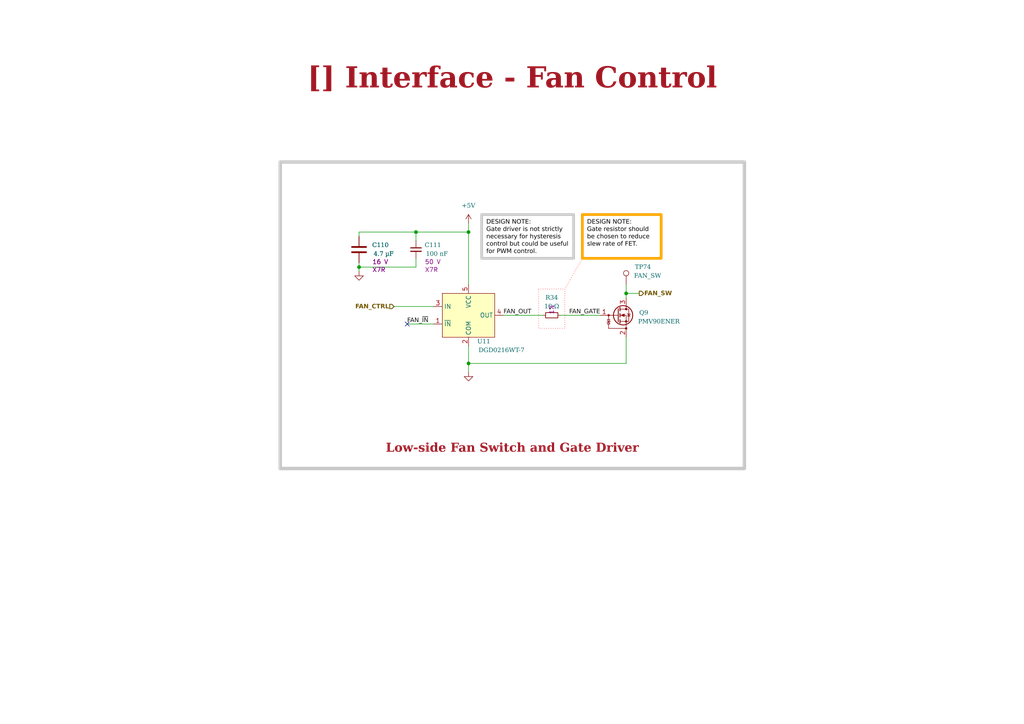
<source format=kicad_sch>
(kicad_sch (version 20231120) (generator "eeschema") (generator_version "8.0")
  (paper "A4")
  (title_block (title "Interface - Fan Control") (date "2023-11-19") (rev "${REVISION}") (company "${COMPANY}"))
  (lib_symbols
    (symbol "0_gate_driver:DGD0216WT-7"
      (property "Reference" "U" (at -7.62 7.62 0))
      (property "Value" "DGD0216WT-7" (at 7.62 -7.62 0))
      (symbol "DGD0216WT-7_1_1"
        (rectangle (start -7.62 6.35) (end 7.62 -6.35) (fill (type background)))
        (pin input line (at -10.16 -2.54 0) (length 2.54) (name "~{IN}") (number "1"))
        (pin passive line (at 0 -8.89 90) (length 2.54) (name "COM") (number "2"))
        (pin input line (at -10.16 2.54 0) (length 2.54) (name "IN") (number "3"))
        (pin output line (at 10.16 0 180) (length 2.54) (name "OUT") (number "4"))
        (pin power_in line (at 0 8.89 270) (length 2.54) (name "VCC") (number "5"))
      )
    )
    (symbol "0_transistor_fet:PMV90ENER" (pin_names hide)
      (property "Reference" "Q" (at 5.08 1.905 0))
      (property "Value" "PMV90ENER" (at 5.08 0 0))
      (symbol "PMV90ENER_0_1"
        (circle (center -2.54 0) (radius 0.254) (fill (type outline)))
        (polyline (pts (xy -2.54 -3.81) (xy -2.54 -2.54)))
        (polyline (pts (xy -2.54 -3.81) (xy 2.54 -3.81)))
        (polyline (pts (xy -2.54 0) (xy -2.54 -1.27)))
        (polyline (pts (xy 0.254 0) (xy -2.54 0)))
        (polyline (pts (xy 0.254 1.905) (xy 0.254 -1.905)) (stroke (width 0.254)))
        (polyline (pts (xy 0.762 -1.27) (xy 0.762 -2.286)) (stroke (width 0.254)))
        (polyline (pts (xy 0.762 0.508) (xy 0.762 -0.508)) (stroke (width 0.254)))
        (polyline (pts (xy 0.762 2.286) (xy 0.762 1.27)) (stroke (width 0.254)))
        (polyline (pts (xy 2.54 2.54) (xy 2.54 1.778)))
        (polyline (pts (xy 2.54 -3.81) (xy 2.54 0) (xy 0.762 0)))
        (polyline (pts (xy -2.54 -1.905) (xy -2.921 -1.27) (xy -2.159 -1.27) (xy -2.54 -1.905)))
        (polyline (pts (xy -2.54 -1.905) (xy -2.159 -2.54) (xy -2.921 -2.54) (xy -2.54 -1.905)))
        (polyline (pts (xy -2.032 -1.778) (xy -2.159 -1.905) (xy -2.921 -1.905) (xy -3.048 -2.032)))
        (polyline (pts (xy 0.762 -1.778) (xy 3.302 -1.778) (xy 3.302 1.778) (xy 0.762 1.778)))
        (polyline (pts (xy 1.016 0) (xy 2.032 0.381) (xy 2.032 -0.381) (xy 1.016 0)) (fill (type outline)))
        (polyline (pts (xy 2.794 0.508) (xy 2.921 0.381) (xy 3.683 0.381) (xy 3.81 0.254)))
        (polyline (pts (xy 3.302 0.381) (xy 2.921 -0.254) (xy 3.683 -0.254) (xy 3.302 0.381)))
        (circle (center 1.651 0) (radius 2.794) (stroke (width 0.254)))
        (circle (center 2.54 -3.81) (radius 0.254) (fill (type outline)))
        (circle (center 2.54 -1.778) (radius 0.254) (fill (type outline)))
        (circle (center 2.54 1.778) (radius 0.254) (fill (type outline)))
      )
      (symbol "PMV90ENER_1_1"
        (pin input line (at -5.08 0 0) (length 2.54) (name "G") (number "1"))
        (pin passive line (at 2.54 -6.35 90) (length 2.54) (name "S") (number "2"))
        (pin passive line (at 2.54 5.08 270) (length 2.54) (name "D") (number "3"))
      )
    )
    (symbol "Connector:TestPoint" (pin_numbers hide) (pin_names (offset 0.762) hide)
      (property "Reference" "TP" (at 0 6.858 0))
      (property "Value" "TestPoint" (at 0 5.08 0))
      (symbol "TestPoint_0_1"
        (circle (center 0 3.302) (radius 0.762))
      )
      (symbol "TestPoint_1_1"
        (pin passive line (at 0 0 90) (length 2.54) (name "1") (number "1"))
      )
    )
    (symbol "Device:C" (pin_numbers hide) (pin_names (offset 0.254))
      (property "Reference" "C" (at 0.635 2.54 0))
      (property "Value" "C" (at 0.635 -2.54 0))
      (symbol "C_0_1"
        (polyline (pts (xy -2.032 -0.762) (xy 2.032 -0.762)) (stroke (width 0.508)))
        (polyline (pts (xy -2.032 0.762) (xy 2.032 0.762)) (stroke (width 0.508)))
      )
      (symbol "C_1_1"
        (pin passive line (at 0 3.81 270) (length 2.794) (name "~") (number "1"))
        (pin passive line (at 0 -3.81 90) (length 2.794) (name "~") (number "2"))
      )
    )
    (symbol "Device:C_Small" (pin_numbers hide) (pin_names (offset 0.254) hide)
      (property "Reference" "C" (at 0.254 1.778 0))
      (property "Value" "C_Small" (at 0.254 -2.032 0))
      (symbol "C_Small_0_1"
        (polyline (pts (xy -1.524 -0.508) (xy 1.524 -0.508)) (stroke (width 0.3302)))
        (polyline (pts (xy -1.524 0.508) (xy 1.524 0.508)) (stroke (width 0.3048)))
      )
      (symbol "C_Small_1_1"
        (pin passive line (at 0 2.54 270) (length 2.032) (name "~") (number "1"))
        (pin passive line (at 0 -2.54 90) (length 2.032) (name "~") (number "2"))
      )
    )
    (symbol "Device:R_Small" (pin_numbers hide) (pin_names (offset 0.254) hide)
      (property "Reference" "R" (at 0.762 0.508 0))
      (property "Value" "R_Small" (at 0.762 -1.016 0))
      (symbol "R_Small_0_1"
        (rectangle (start -0.762 1.778) (end 0.762 -1.778) (stroke (width 0.2032)))
      )
      (symbol "R_Small_1_1"
        (pin passive line (at 0 2.54 270) (length 0.762) (name "~") (number "1"))
        (pin passive line (at 0 -2.54 90) (length 0.762) (name "~") (number "2"))
      )
    )
    (symbol "power:+5V" (power) (pin_names (offset 0))
      (property "Value" "+5V" (at 0 3.556 0))
      (symbol "+5V_0_1"
        (polyline (pts (xy -0.762 1.27) (xy 0 2.54)))
        (polyline (pts (xy 0 0) (xy 0 2.54)))
        (polyline (pts (xy 0 2.54) (xy 0.762 1.27)))
      )
      (symbol "+5V_1_1"
        (pin power_in line (at 0 0 90) (length 0) hide (name "+5V") (number "1"))
      )
    )
    (symbol "power:GND" (power) (pin_names (offset 0))
      (property "Value" "GND" (at 0 -3.81 0))
      (symbol "GND_0_1"
        (polyline (pts (xy 0 0) (xy 0 -1.27) (xy 1.27 -1.27) (xy 0 -2.54) (xy -1.27 -1.27) (xy 0 -1.27)))
      )
      (symbol "GND_1_1"
        (pin power_in line (at 0 0 270) (length 0) hide (name "GND") (number "1"))
      )
    )
  )
  (junction (at 135.89 67.31))
  (junction (at 135.89 105.41))
  (junction (at 120.65 67.31))
  (junction (at 181.61 85.09))
  (junction (at 104.14 77.47))
  (no_connect (at 118.11 93.98))
  (wire (pts (xy 181.61 85.09) (xy 181.61 86.36)))
  (wire (pts (xy 104.14 77.47) (xy 104.14 76.2)))
  (wire (pts (xy 135.89 64.77) (xy 135.89 67.31)))
  (wire (pts (xy 146.05 91.44) (xy 157.48 91.44)))
  (wire (pts (xy 135.89 107.95) (xy 135.89 105.41)))
  (wire (pts (xy 181.61 85.09) (xy 181.61 82.55)))
  (wire (pts (xy 120.65 67.31) (xy 135.89 67.31)))
  (wire (pts (xy 104.14 67.31) (xy 120.65 67.31)))
  (wire (pts (xy 135.89 105.41) (xy 135.89 100.33)))
  (wire (pts (xy 104.14 78.74) (xy 104.14 77.47)))
  (wire (pts (xy 135.89 67.31) (xy 135.89 82.55)))
  (wire (pts (xy 181.61 105.41) (xy 181.61 97.79)))
  (wire (pts (xy 120.65 69.85) (xy 120.65 67.31)))
  (wire (pts (xy 104.14 77.47) (xy 120.65 77.47)))
  (wire (pts (xy 162.56 91.44) (xy 173.99 91.44)))
  (wire (pts (xy 185.42 85.09) (xy 181.61 85.09)))
  (wire (pts (xy 120.65 77.47) (xy 120.65 74.93)))
  (wire (pts (xy 135.89 105.41) (xy 181.61 105.41)))
  (wire (pts (xy 114.3 88.9) (xy 125.73 88.9)))
  (polyline (pts (xy 168.91 74.93) (xy 163.83 83.82)) (stroke (width 0) (type dot) (color 255 0 0 1)))
  (wire (pts (xy 104.14 68.58) (xy 104.14 67.31)))
  (wire (pts (xy 118.11 93.98) (xy 125.73 93.98)))
  (rectangle (start 81.28 46.99) (end 215.9 135.89) (stroke (width 1) (color 200 200 200 1)))
  (rectangle (start 156.21 83.82) (end 163.83 95.25) (stroke (width 0) (type dot) (color 255 0 0 1)))
  (text_box "Low-side Fan Switch and Gate Driver" (at 82.55 124.46 0) (size 132.08 8.89) (stroke (width -0.0001)) (effects (font (size 2.54 2.54) (thickness 0.508) (bold yes)) (justify bottom)))
  (text_box "DESIGN NOTE:\nGate driver is not strictly necessary for hysteresis control but could be useful for PWM control." (at 139.7 62.23 0) (size 26.67 12.7) (stroke (width 0.8) (color 200 200 200 1)) (effects (font (size 1.27 1.27)) (justify left top)))
  (text_box "DESIGN NOTE:\nGate resistor should be chosen to reduce slew rate of FET." (at 168.91 62.23 0) (size 22.86 12.7) (stroke (width 0.8) (color 255 165 0 1)) (effects (font (size 1.27 1.27)) (justify left top)))
  (text_box "[${#}] ${TITLE}" (at 80.01 16.51 0) (size 137.16 12.7) (stroke (width -0.0001)) (effects (font (size 6 6) (thickness 1.2) (bold yes))))
  (label "FAN_OUT" (at 146.05 91.44 0))
  (label "FAN_GATE" (at 165.1 91.44 0))
  (label "FAN_~{IN}" (at 118.11 93.98 0))
  (hierarchical_label "FAN_SW" (shape output) (at 185.42 85.09 0) (effects (font (thickness 0.254) (bold yes))))
  (hierarchical_label "FAN_CTRL" (shape input) (at 114.3 88.9 180) (effects (font (thickness 0.254) (bold yes))))
  (symbol (lib_id "Device:C") (at 104.14 72.39 0) (unit 1)
    (property "Reference" "C110" (at 107.95 71.12 0) (effects (justify left)))
    (property "Value" "4.7 µF" (at 107.95 73.66 0) (effects (justify left)))
    (property "Footprint" "0_capacitor_smd:C_0603_1608_DensityHigh" (effects (hide yes)))
    (property "Datasheet" "https://search.murata.co.jp/Ceramy/image/img/A01X/G101/ENG/GRM188Z71C475KE21-01A.pdf" (effects (hide yes)))
    (property "Description" "4.7 µF ±10% 16V Ceramic Capacitor X7R 0603 (1608 Metric)" (effects (hide yes)))
    (property "Supplier 1" "Digikey" (effects (hide yes)))
    (property "Supplier Part Number 1" "490-GRM188Z71C475KE21JCT-ND" (effects (hide yes)))
    (property "manf" "Murata Electronics" (effects (hide yes)))
    (property "manf#" "GRM188Z71C475KE21J" (effects (hide yes)))
    (property "Manufacturer" "Murata Electronics" (effects (hide yes)))
    (property "Manufacturer Part Number" "GRM188Z71C475KE21J" (effects (hide yes)))
    (property "voltage" "16 V" (at 107.95 75.946 0) (effects (justify left)))
    (property "temp_coef" "X7R" (at 107.95 78.232 0) (effects (justify left)))
  )
  (symbol (lib_id "Device:R_Small") (at 160.02 91.44 90) (unit 1)
    (property "Reference" "R34" (at 160.02 86.36 90))
    (property "Value" "10 Ω" (at 160.02 88.9 90))
    (property "Footprint" "0_resistor_smd:R_0603_1608_DensityHigh" (effects (hide yes)))
    (property "Datasheet" "https://www.vishay.com/docs/20043/crcwhpe3.pdf" (effects (hide yes)))
    (property "Description" "10 Ohms ±1% 0.333W, 1/3W Chip Resistor 0603 (1608 Metric) Automotive AEC-Q200, Pulse Withstanding Thick Film" (effects (hide yes)))
    (property "Supplier 1" "Digikey" (effects (hide yes)))
    (property "Supplier Part Number 1" "541-10.0SCT-ND" (effects (hide yes)))
    (property "manf" "Vishay" (effects (hide yes)))
    (property "manf#" "CRCW060310R0FKEAHP" (effects (hide yes)))
    (property "Manufacturer" "Vishay" (effects (hide yes)))
    (property "Manufacturer Part Number" "CRCW060310R0FKEAHP" (effects (hide yes)))
    (property "tolerance" "1%" (at 160.02 91.186 0) (effects (justify left)))
  )
  (symbol (lib_id "power:GND") (at 104.14 78.74 0) (unit 1)
    (property "Reference" "#PWR060" (effects (hide yes)))
    (property "Value" "GND" (effects (hide yes)))
  )
  (symbol (lib_id "power:+5V") (at 135.89 64.77 0) (unit 1)
    (property "Reference" "#PWR061" (effects (hide yes)))
    (property "Value" "+5V" (at 135.89 59.69 0))
  )
  (symbol (lib_id "power:GND") (at 135.89 107.95 0) (unit 1)
    (property "Reference" "#PWR062" (effects (hide yes)))
    (property "Value" "GND" (effects (hide yes)))
  )
  (symbol (lib_id "0_gate_driver:DGD0216WT-7") (at 135.89 91.44 0) (unit 1)
    (property "Reference" "U11" (at 138.43 99.06 0) (effects (justify left)))
    (property "Value" "DGD0216WT-7" (at 138.43 101.6 0) (effects (justify left)))
    (property "Footprint" "0_package_SOT_TO_SMD:SOT-23-5" (effects (hide yes)))
    (property "Datasheet" "https://www.diodes.com/assets/Datasheets/DGD0215-0216.pdf" (effects (hide yes)))
    (property "Description" "1.9A HIGH SPEED SINGLE GATE DRIVER" (effects (hide yes)))
    (property "Supplier 1" "Digikey" (effects (hide yes)))
    (property "Supplier Part Number 1" "DGD0216WT-7DICT-ND" (effects (hide yes)))
    (property "manf" "Diodes Incorporated" (effects (hide yes)))
    (property "manf#" "DGD0216WT-7" (effects (hide yes)))
    (property "Manufacturer" "Diodes Incorporated" (effects (hide yes)))
    (property "Manufacturer Part Number" "DGD0216WT-7" (effects (hide yes)))
  )
  (symbol (lib_id "Connector:TestPoint") (at 181.61 82.55 0) (unit 1) (in_bom no)
    (property "Reference" "TP74" (at 184.15 77.47 0) (effects (justify left)))
    (property "Value" "FAN_SW" (at 184.15 80.01 0) (effects (justify left)))
    (property "Footprint" "0_testpoint:TestPoint_Pad_D0.5mm" (effects (hide yes)))
    (instances (project "pcb2blender_tmp" (path "" (reference "TP74") (unit 1)) (path "" (reference "TP8") (unit 1))))
  )
  (symbol (lib_id "0_transistor_fet:PMV90ENER") (at 179.07 91.44 0) (unit 1)
    (property "Reference" "Q9" (at 185.42 90.7415 0) (effects (justify left)))
    (property "Value" "PMV90ENER" (at 185.42 93.2815 0) (effects (justify left)))
    (property "Footprint" "0_package_SOT_TO_SMD:SOT-23-3" (effects (hide yes)))
    (property "Datasheet" "https://assets.nexperia.com/documents/data-sheet/PMV90ENE.pdf" (effects (hide yes)))
    (property "Description" "N-Channel 30 V 3A (Ta) 460mW (Ta) Surface Mount TO-236AB" (effects (hide yes)))
    (property "Supplier 1" "Digikey" (effects (hide yes)))
    (property "Supplier Part Number 1" "1727-2735-1-ND" (effects (hide yes)))
    (property "manf" "Nexperia USA Inc." (effects (hide yes)))
    (property "manf#" "PMV90ENER" (effects (hide yes)))
    (property "Manufacturer" "Nexperia USA Inc." (effects (hide yes)))
    (property "Manufacturer Part Number" "PMV90ENER" (effects (hide yes)))
  )
  (symbol (lib_id "Device:C_Small") (at 120.65 72.39 0) (unit 1)
    (property "Reference" "C111" (at 123.19 71.1263 0) (effects (justify left)))
    (property "Value" "100 nF" (at 123.19 73.6663 0) (effects (justify left)))
    (property "Footprint" "0_capacitor_smd:C_0402_1005_DensityHigh" (effects (hide yes)))
    (property "Datasheet" "https://search.murata.co.jp/Ceramy/image/img/A01X/G101/ENG/GCM155R71H104KE02-01.pdf" (effects (hide yes)))
    (property "Description" "0.1 µF ±10% 50V Ceramic Capacitor X7R 0402 (1005 Metric)" (effects (hide yes)))
    (property "Supplier 1" "Digikey" (effects (hide yes)))
    (property "Supplier Part Number 1" "490-14514-1-ND" (effects (hide yes)))
    (property "manf" "Murata Electronics" (effects (hide yes)))
    (property "manf#" "GCM155R71H104KE02J" (effects (hide yes)))
    (property "Manufacturer" "Murata Electronics" (effects (hide yes)))
    (property "Manufacturer Part Number" "GCM155R71H104KE02J" (effects (hide yes)))
    (property "voltage" "50 V" (at 123.19 75.95230000000001 0) (effects (justify left)))
    (property "temp_coef" "X7R" (at 123.19 78.23830000000001 0) (effects (justify left)))
  )
)
</source>
